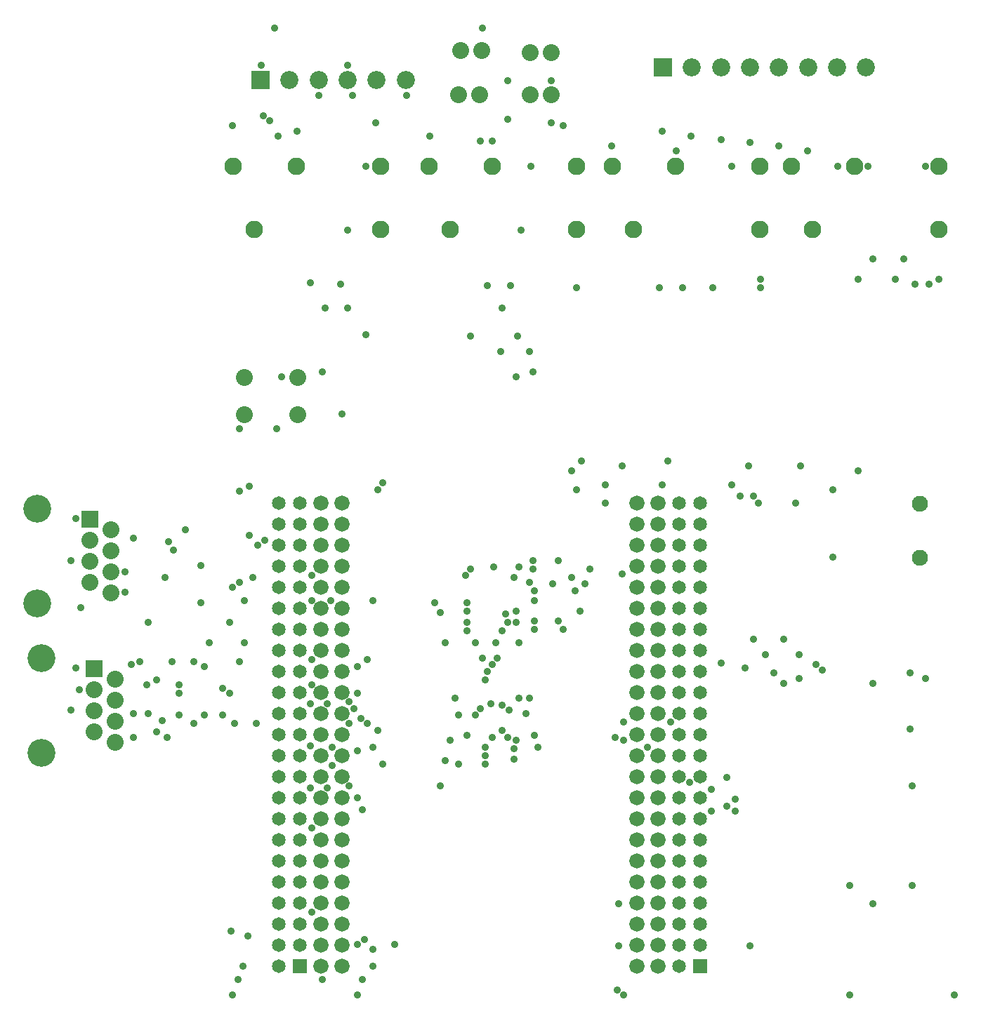
<source format=gbs>
G75*
G70*
%OFA0B0*%
%FSLAX24Y24*%
%IPPOS*%
%LPD*%
%AMOC8*
5,1,8,0,0,1.08239X$1,22.5*
%
%ADD10C,0.0720*%
%ADD11R,0.0860X0.0860*%
%ADD12C,0.0860*%
%ADD13C,0.0800*%
%ADD14C,0.0760*%
%ADD15R,0.0800X0.0800*%
%ADD16C,0.1320*%
%ADD17C,0.0828*%
%ADD18R,0.0651X0.0651*%
%ADD19C,0.0651*%
%ADD20C,0.0360*%
D10*
X017875Y007625D03*
X017875Y008625D03*
X017875Y009625D03*
X017875Y010625D03*
X017875Y011625D03*
X017875Y012625D03*
X017875Y013625D03*
X017875Y014625D03*
X017875Y015625D03*
X017875Y016625D03*
X017875Y017625D03*
X017875Y018625D03*
X017875Y019625D03*
X017875Y020625D03*
X017875Y021625D03*
X017875Y022625D03*
X017875Y023625D03*
X017875Y024625D03*
X017875Y025625D03*
X017875Y026625D03*
X017875Y027625D03*
X017875Y028625D03*
X017875Y029625D03*
X018875Y029625D03*
X018875Y028625D03*
X018875Y027625D03*
X018875Y026625D03*
X018875Y025625D03*
X018875Y024625D03*
X018875Y023625D03*
X018875Y022625D03*
X018875Y021625D03*
X018875Y020625D03*
X018875Y019625D03*
X018875Y018625D03*
X018875Y017625D03*
X018875Y016625D03*
X018875Y015625D03*
X018875Y014625D03*
X018875Y013625D03*
X018875Y012625D03*
X018875Y011625D03*
X018875Y010625D03*
X018875Y009625D03*
X018875Y008625D03*
X018875Y007625D03*
X032875Y007625D03*
X032875Y008625D03*
X032875Y009625D03*
X032875Y010625D03*
X032875Y011625D03*
X032875Y012625D03*
X032875Y013625D03*
X032875Y014625D03*
X032875Y015625D03*
X032875Y016625D03*
X032875Y017625D03*
X032875Y018625D03*
X032875Y019625D03*
X032875Y020625D03*
X032875Y021625D03*
X032875Y022625D03*
X032875Y023625D03*
X032875Y024625D03*
X032875Y025625D03*
X032875Y026625D03*
X032875Y027625D03*
X032875Y028625D03*
X032875Y029625D03*
X033875Y029625D03*
X033875Y028625D03*
X033875Y027625D03*
X033875Y026625D03*
X033875Y025625D03*
X033875Y024625D03*
X033875Y023625D03*
X033875Y022625D03*
X033875Y021625D03*
X033875Y020625D03*
X033875Y019625D03*
X033875Y018625D03*
X033875Y017625D03*
X033875Y016625D03*
X033875Y015625D03*
X033875Y014625D03*
X033875Y013625D03*
X033875Y012625D03*
X033875Y011625D03*
X033875Y010625D03*
X033875Y009625D03*
X033875Y008625D03*
X033875Y007625D03*
D11*
X015025Y049725D03*
X034125Y050325D03*
D12*
X035503Y050325D03*
X036881Y050325D03*
X038259Y050325D03*
X039637Y050325D03*
X041015Y050325D03*
X042393Y050325D03*
X043771Y050325D03*
X021915Y049725D03*
X020537Y049725D03*
X019159Y049725D03*
X017781Y049725D03*
X016403Y049725D03*
D13*
X024425Y049025D03*
X025425Y049025D03*
X025525Y051125D03*
X024525Y051125D03*
X027825Y051025D03*
X028825Y051025D03*
X028825Y049025D03*
X027825Y049025D03*
X016805Y035615D03*
X016805Y033835D03*
X014245Y033835D03*
X014245Y035615D03*
X007925Y028375D03*
X007925Y027375D03*
X007925Y026375D03*
X007925Y025375D03*
X006925Y025875D03*
X006925Y026875D03*
X006925Y027875D03*
X008125Y021275D03*
X008125Y020275D03*
X008125Y019275D03*
X008125Y018275D03*
X007125Y018775D03*
X007125Y019775D03*
X007125Y020775D03*
D14*
X046325Y027045D03*
X046325Y029605D03*
D15*
X006925Y028875D03*
X007125Y021775D03*
D16*
X004625Y022275D03*
X004425Y024875D03*
X004425Y029375D03*
X004625Y017775D03*
D17*
X014725Y042625D03*
X013725Y045625D03*
X016725Y045625D03*
X020725Y045625D03*
X023025Y045625D03*
X026025Y045625D03*
X024025Y042625D03*
X020725Y042625D03*
X030025Y042625D03*
X032725Y042625D03*
X031725Y045625D03*
X030025Y045625D03*
X034725Y045625D03*
X038725Y045625D03*
X040225Y045625D03*
X043225Y045625D03*
X041225Y042625D03*
X038725Y042625D03*
X047225Y042625D03*
X047225Y045625D03*
D18*
X035875Y007625D03*
X016875Y007625D03*
D19*
X016875Y008625D03*
X016875Y009625D03*
X016875Y010625D03*
X016875Y011625D03*
X016875Y012625D03*
X016875Y013625D03*
X016875Y014625D03*
X016875Y015625D03*
X016875Y016625D03*
X016875Y017625D03*
X016875Y018625D03*
X016875Y019625D03*
X016875Y020625D03*
X016875Y021625D03*
X016875Y022625D03*
X016875Y023625D03*
X016875Y024625D03*
X016875Y025625D03*
X016875Y026625D03*
X016875Y027625D03*
X016875Y028625D03*
X016875Y029625D03*
X015875Y029625D03*
X015875Y028625D03*
X015875Y027625D03*
X015875Y026625D03*
X015875Y025625D03*
X015875Y024625D03*
X015875Y023625D03*
X015875Y022625D03*
X015875Y021625D03*
X015875Y020625D03*
X015875Y019625D03*
X015875Y018625D03*
X015875Y017625D03*
X015875Y016625D03*
X015875Y015625D03*
X015875Y014625D03*
X015875Y013625D03*
X015875Y012625D03*
X015875Y011625D03*
X015875Y010625D03*
X015875Y009625D03*
X015875Y008625D03*
X015875Y007625D03*
X034875Y007625D03*
X034875Y008625D03*
X034875Y009625D03*
X034875Y010625D03*
X034875Y011625D03*
X034875Y012625D03*
X034875Y013625D03*
X034875Y014625D03*
X034875Y015625D03*
X034875Y016625D03*
X034875Y017625D03*
X034875Y018625D03*
X034875Y019625D03*
X034875Y020625D03*
X034875Y021625D03*
X034875Y022625D03*
X034875Y023625D03*
X034875Y024625D03*
X034875Y025625D03*
X034875Y026625D03*
X034875Y027625D03*
X034875Y028625D03*
X034875Y029625D03*
X035875Y029625D03*
X035875Y028625D03*
X035875Y027625D03*
X035875Y026625D03*
X035875Y025625D03*
X035875Y024625D03*
X035875Y023625D03*
X035875Y022625D03*
X035875Y021625D03*
X035875Y020625D03*
X035875Y019625D03*
X035875Y018625D03*
X035875Y017625D03*
X035875Y016625D03*
X035875Y015625D03*
X035875Y014625D03*
X035875Y013625D03*
X035875Y012625D03*
X035875Y011625D03*
X035875Y010625D03*
X035875Y009625D03*
X035875Y008625D03*
D20*
X013705Y006275D03*
X013945Y006995D03*
X014185Y007635D03*
X014425Y009075D03*
X013625Y009315D03*
X017465Y010195D03*
X019625Y008675D03*
X019945Y008915D03*
X020345Y008435D03*
X020345Y007635D03*
X019865Y006995D03*
X019625Y006275D03*
X017945Y006995D03*
X021385Y008675D03*
X017465Y014195D03*
X017385Y016115D03*
X018185Y016115D03*
X019225Y016195D03*
X019625Y015635D03*
X019865Y015075D03*
X020825Y017235D03*
X020345Y018035D03*
X020585Y018835D03*
X020105Y019155D03*
X019785Y019395D03*
X019465Y019875D03*
X019225Y020195D03*
X019625Y020595D03*
X019625Y021875D03*
X020105Y022195D03*
X018185Y020115D03*
X017385Y020115D03*
X017465Y020995D03*
X017465Y022195D03*
X017465Y024995D03*
X018345Y024995D03*
X017465Y026195D03*
X015225Y027875D03*
X014905Y027635D03*
X014505Y028115D03*
X014665Y026115D03*
X014025Y025875D03*
X013705Y025635D03*
X014265Y024995D03*
X013545Y023955D03*
X014265Y022995D03*
X014025Y022115D03*
X013225Y020835D03*
X013545Y020595D03*
X013225Y019555D03*
X013785Y019155D03*
X014825Y019155D03*
X012345Y019555D03*
X011865Y019155D03*
X011145Y019555D03*
X010345Y019315D03*
X010105Y018755D03*
X010585Y018515D03*
X009705Y019635D03*
X008985Y019635D03*
X008985Y018515D03*
X009625Y020995D03*
X010105Y021235D03*
X010825Y022115D03*
X011865Y022115D03*
X012345Y021875D03*
X012585Y022995D03*
X012185Y024915D03*
X012185Y026675D03*
X010905Y027395D03*
X010665Y027795D03*
X011465Y028355D03*
X010505Y026115D03*
X008985Y027955D03*
X008585Y026355D03*
X008585Y025395D03*
X009705Y023955D03*
X009305Y022115D03*
X008905Y021955D03*
X011145Y020995D03*
X011145Y020595D03*
X006425Y020755D03*
X006025Y019795D03*
X006265Y021795D03*
X006505Y024675D03*
X006025Y026915D03*
X006265Y028915D03*
X014025Y030195D03*
X014505Y030435D03*
X014025Y033155D03*
X015785Y033155D03*
X016025Y035635D03*
X017945Y035875D03*
X018905Y033875D03*
X020825Y030595D03*
X020585Y030275D03*
X024745Y026195D03*
X024985Y026515D03*
X026105Y026595D03*
X027065Y026115D03*
X027305Y026595D03*
X027785Y025875D03*
X028025Y025475D03*
X028025Y024995D03*
X028905Y025795D03*
X029785Y026115D03*
X029945Y025475D03*
X030425Y025795D03*
X030665Y026515D03*
X032185Y026275D03*
X030185Y024515D03*
X029145Y024035D03*
X029385Y023635D03*
X028025Y023635D03*
X028025Y024035D03*
X027145Y023955D03*
X026745Y023955D03*
X026665Y024355D03*
X027145Y024515D03*
X026505Y023555D03*
X026185Y022995D03*
X026265Y022275D03*
X026025Y021955D03*
X025785Y021635D03*
X025705Y021235D03*
X025545Y022275D03*
X025225Y022995D03*
X024825Y023555D03*
X024825Y023955D03*
X024825Y024515D03*
X024825Y024915D03*
X023545Y024435D03*
X023305Y024915D03*
X023785Y022995D03*
X024265Y020355D03*
X024425Y019555D03*
X025225Y019555D03*
X025465Y019875D03*
X025945Y020115D03*
X026505Y020035D03*
X026825Y019795D03*
X027305Y020355D03*
X027785Y020355D03*
X027625Y019635D03*
X028025Y018595D03*
X028185Y018035D03*
X027145Y018355D03*
X027065Y017955D03*
X027065Y017475D03*
X026745Y018515D03*
X026505Y018835D03*
X026025Y018515D03*
X025705Y018035D03*
X025705Y017635D03*
X025705Y017235D03*
X024425Y017235D03*
X023785Y017395D03*
X024025Y018355D03*
X024825Y018595D03*
X023545Y016195D03*
X019625Y017875D03*
X018425Y018035D03*
X018425Y017155D03*
X017385Y018115D03*
X019225Y019155D03*
X020345Y024995D03*
X027305Y022995D03*
X027945Y026515D03*
X027945Y026915D03*
X029145Y026915D03*
X031385Y029635D03*
X031385Y030515D03*
X032185Y031395D03*
X034105Y030515D03*
X034345Y031635D03*
X037385Y030515D03*
X037785Y029955D03*
X038425Y029955D03*
X038665Y029635D03*
X038185Y031395D03*
X040665Y031395D03*
X040425Y029635D03*
X042185Y030275D03*
X043385Y031155D03*
X042185Y027075D03*
X039865Y023155D03*
X040585Y022435D03*
X041385Y021955D03*
X041705Y021715D03*
X040585Y021315D03*
X039865Y021075D03*
X039385Y021555D03*
X038985Y022435D03*
X038425Y023155D03*
X038025Y021795D03*
X036905Y022035D03*
X034505Y019235D03*
X033385Y018035D03*
X032265Y018355D03*
X031865Y018515D03*
X032265Y019235D03*
X035385Y016355D03*
X036425Y016035D03*
X037145Y016595D03*
X037545Y015555D03*
X037145Y015235D03*
X037545Y014995D03*
X036425Y014995D03*
X032025Y010595D03*
X032025Y008595D03*
X031945Y006515D03*
X032265Y006275D03*
X038265Y008595D03*
X042985Y006275D03*
X044105Y010595D03*
X042985Y011475D03*
X045945Y011475D03*
X045945Y016195D03*
X045865Y018915D03*
X044105Y021075D03*
X045865Y021555D03*
X046585Y021315D03*
X047945Y006275D03*
X030025Y030275D03*
X029785Y031155D03*
X030265Y031635D03*
X027145Y035635D03*
X027945Y035875D03*
X027785Y036835D03*
X027225Y037555D03*
X026425Y036835D03*
X024985Y037555D03*
X026505Y038915D03*
X026905Y039955D03*
X025785Y039955D03*
X027385Y042595D03*
X027865Y045635D03*
X026025Y046835D03*
X025465Y046835D03*
X026745Y047875D03*
X026745Y049715D03*
X028825Y049715D03*
X028825Y047715D03*
X029385Y047555D03*
X031705Y046595D03*
X034105Y047315D03*
X034745Y046355D03*
X035465Y047075D03*
X036905Y046915D03*
X037385Y045635D03*
X038265Y046755D03*
X039625Y046595D03*
X040985Y046355D03*
X042425Y045635D03*
X043865Y045635D03*
X046585Y045635D03*
X045545Y041235D03*
X045145Y040275D03*
X046105Y040035D03*
X046745Y040035D03*
X047225Y040275D03*
X044105Y041235D03*
X043385Y040275D03*
X038745Y040275D03*
X038745Y039875D03*
X036505Y039875D03*
X035065Y039875D03*
X033945Y039875D03*
X030025Y039875D03*
X023065Y047075D03*
X021945Y048995D03*
X020505Y047715D03*
X019385Y048995D03*
X019145Y050435D03*
X017785Y048995D03*
X016745Y047315D03*
X015865Y047075D03*
X015465Y047795D03*
X015145Y048035D03*
X013705Y047555D03*
X015065Y050435D03*
X015705Y052195D03*
X020025Y045635D03*
X019145Y042595D03*
X017385Y040115D03*
X018105Y038915D03*
X019145Y038915D03*
X018825Y040035D03*
X020025Y037635D03*
X025545Y052195D03*
M02*

</source>
